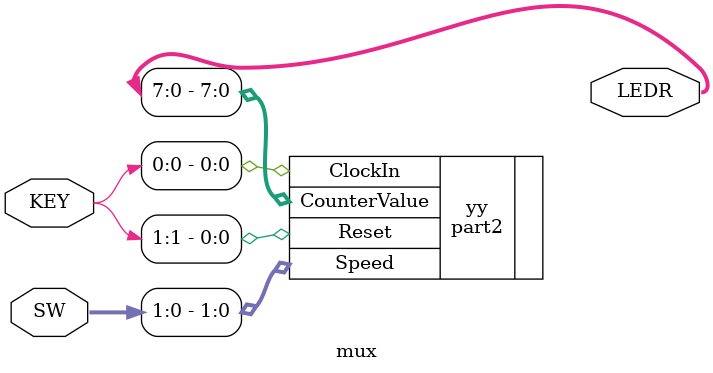
<source format=v>
`timescale 1ns / 1ns // `timescale time_unit/time_precision


//LEDR[0] output display

module mux(LEDR, KEY, SW);
	input [9:0] SW;
	input [1:0] KEY;
	output [9:0] LEDR;

	part2 yy(
	  .ClockIn(KEY[0]),
	  .Reset(KEY[1]),
	  .Speed(SW[1:0]),
	  .CounterValue(LEDR[7:0])
	  );
endmodule






</source>
